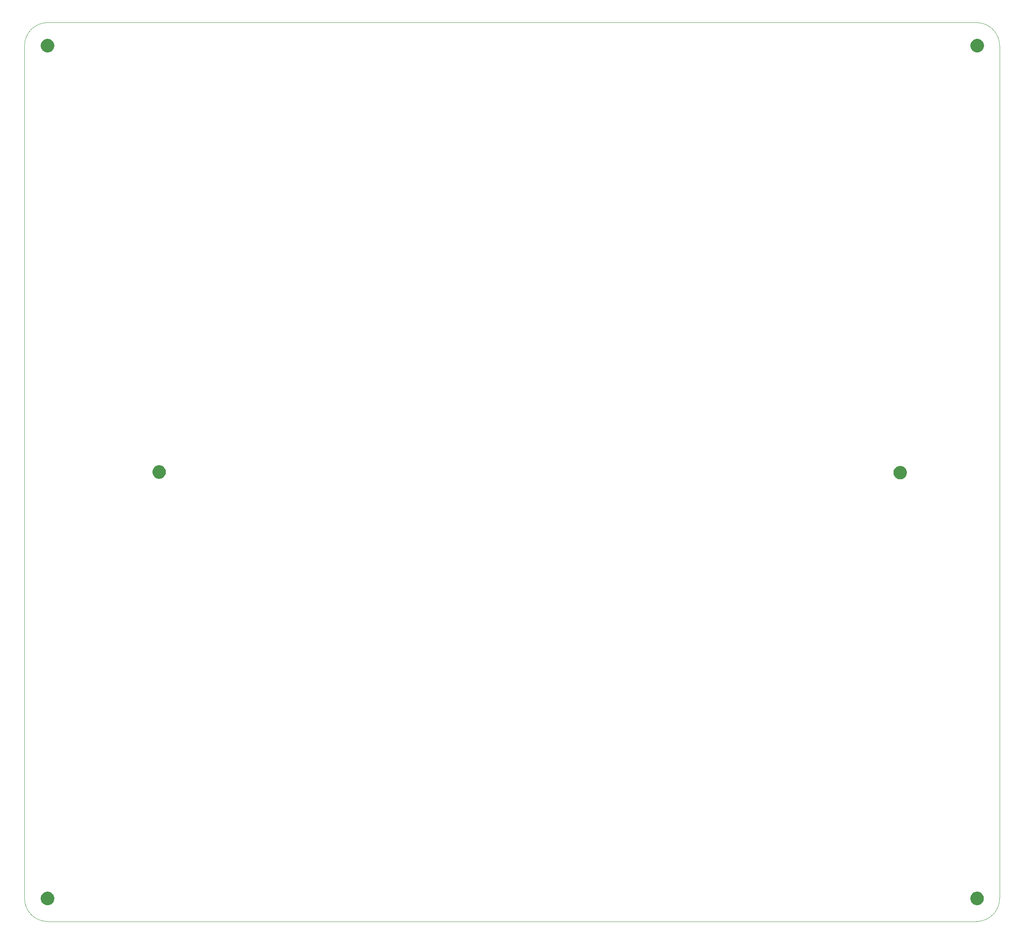
<source format=gbr>
%TF.GenerationSoftware,Altium Limited,Altium Designer,21.6.4 (81)*%
G04 Layer_Color=0*
%FSLAX43Y43*%
%MOMM*%
%TF.SameCoordinates,A962B9D3-E780-4B03-8A10-E236CC36F35F*%
%TF.FilePolarity,Positive*%
%TF.FileFunction,Profile,NP*%
%TF.Part,Single*%
G01*
G75*
%TA.AperFunction,Profile*%
%ADD203C,0.025*%
G36*
X30000Y98625D02*
X29852D01*
X29562Y98683D01*
X29289Y98796D01*
X29044Y98960D01*
X28835Y99169D01*
X28671Y99414D01*
X28558Y99687D01*
X28500Y99977D01*
Y100125D01*
Y100273D01*
X28558Y100563D01*
X28671Y100836D01*
X28835Y101081D01*
X29044Y101290D01*
X29289Y101454D01*
X29562Y101567D01*
X29852Y101625D01*
X30000D01*
X30148D01*
X30438Y101567D01*
X30711Y101454D01*
X30956Y101290D01*
X31165Y101081D01*
X31329Y100836D01*
X31442Y100563D01*
X31500Y100273D01*
Y100125D01*
Y99977D01*
X31442Y99687D01*
X31329Y99414D01*
X31165Y99169D01*
X30956Y98960D01*
X30711Y98796D01*
X30438Y98683D01*
X30148Y98625D01*
X30000D01*
D01*
D02*
G37*
G36*
X193500Y100000D02*
Y99852D01*
X193558Y99562D01*
X193671Y99289D01*
X193835Y99044D01*
X194044Y98835D01*
X194289Y98671D01*
X194562Y98558D01*
X194852Y98500D01*
X195000D01*
X195148D01*
X195438Y98558D01*
X195711Y98671D01*
X195956Y98835D01*
X196165Y99044D01*
X196329Y99289D01*
X196442Y99562D01*
X196500Y99852D01*
Y100000D01*
Y100148D01*
X196442Y100438D01*
X196329Y100711D01*
X196165Y100956D01*
X195956Y101165D01*
X195711Y101329D01*
X195438Y101442D01*
X195148Y101500D01*
X195000D01*
X194852D01*
X194562Y101442D01*
X194289Y101329D01*
X194044Y101165D01*
X193835Y100956D01*
X193671Y100711D01*
X193558Y100438D01*
X193500Y100148D01*
Y100000D01*
D01*
D02*
G37*
G36*
X5150Y193625D02*
X5002D01*
X4712Y193683D01*
X4439Y193796D01*
X4194Y193960D01*
X3985Y194169D01*
X3821Y194414D01*
X3708Y194687D01*
X3650Y194977D01*
Y195125D01*
Y195273D01*
X3708Y195563D01*
X3821Y195836D01*
X3985Y196081D01*
X4194Y196290D01*
X4439Y196454D01*
X4712Y196567D01*
X5002Y196625D01*
X5150D01*
X5298D01*
X5588Y196567D01*
X5861Y196454D01*
X6106Y196290D01*
X6315Y196081D01*
X6479Y195836D01*
X6592Y195563D01*
X6650Y195273D01*
Y195125D01*
Y194977D01*
X6592Y194687D01*
X6479Y194414D01*
X6315Y194169D01*
X6106Y193960D01*
X5861Y193796D01*
X5588Y193683D01*
X5298Y193625D01*
X5150D01*
D01*
D02*
G37*
G36*
X3650Y5125D02*
Y4977D01*
X3708Y4687D01*
X3821Y4414D01*
X3985Y4169D01*
X4194Y3960D01*
X4439Y3796D01*
X4712Y3683D01*
X5002Y3625D01*
X5150D01*
X5298D01*
X5588Y3683D01*
X5861Y3796D01*
X6106Y3960D01*
X6315Y4169D01*
X6479Y4414D01*
X6592Y4687D01*
X6650Y4977D01*
Y5125D01*
Y5273D01*
X6592Y5563D01*
X6479Y5836D01*
X6315Y6081D01*
X6106Y6290D01*
X5861Y6454D01*
X5588Y6567D01*
X5298Y6625D01*
X5150D01*
X5002D01*
X4712Y6567D01*
X4439Y6454D01*
X4194Y6290D01*
X3985Y6081D01*
X3821Y5836D01*
X3708Y5563D01*
X3650Y5273D01*
Y5125D01*
D01*
D02*
G37*
G36*
X210650Y195125D02*
Y194977D01*
X210708Y194687D01*
X210821Y194414D01*
X210985Y194169D01*
X211194Y193960D01*
X211439Y193796D01*
X211712Y193683D01*
X212002Y193625D01*
X212150D01*
X212298D01*
X212588Y193683D01*
X212861Y193796D01*
X213106Y193960D01*
X213315Y194169D01*
X213479Y194414D01*
X213592Y194687D01*
X213650Y194977D01*
Y195125D01*
Y195273D01*
X213592Y195563D01*
X213479Y195836D01*
X213315Y196081D01*
X213106Y196290D01*
X212861Y196454D01*
X212588Y196567D01*
X212298Y196625D01*
X212150D01*
X212002D01*
X211712Y196567D01*
X211439Y196454D01*
X211194Y196290D01*
X210985Y196081D01*
X210821Y195836D01*
X210708Y195563D01*
X210650Y195273D01*
Y195125D01*
D01*
D02*
G37*
G36*
X210625Y5125D02*
Y4977D01*
X210683Y4687D01*
X210796Y4414D01*
X210960Y4169D01*
X211169Y3960D01*
X211414Y3796D01*
X211687Y3683D01*
X211977Y3625D01*
X212125D01*
X212273D01*
X212563Y3683D01*
X212836Y3796D01*
X213081Y3960D01*
X213290Y4169D01*
X213454Y4414D01*
X213567Y4687D01*
X213625Y4977D01*
Y5125D01*
Y5273D01*
X213567Y5563D01*
X213454Y5836D01*
X213290Y6081D01*
X213081Y6290D01*
X212836Y6454D01*
X212563Y6567D01*
X212273Y6625D01*
X212125D01*
X211977D01*
X211687Y6567D01*
X211414Y6454D01*
X211169Y6290D01*
X210960Y6081D01*
X210796Y5836D01*
X210683Y5563D01*
X210625Y5273D01*
Y5125D01*
D01*
D02*
G37*
D203*
X25Y4960D02*
G03*
X5150Y-2I5125J165D01*
G01*
D02*
G03*
X5151Y-2I-0J127D01*
G01*
X211998Y-2D01*
X212125D01*
D02*
G03*
X212148Y-0I0J127D01*
G01*
D02*
G03*
X217127Y5125I-148J5125D01*
G01*
X217127Y195125D01*
D02*
G03*
X217127Y195128I-127J-0D01*
G01*
D02*
G02*
X217127Y195125I-1282J-2D01*
G01*
Y195128D01*
D02*
G03*
X212179Y200249I-5127J-3D01*
G01*
D02*
G03*
X212152Y200252I-28J-124D01*
G01*
X5153Y200252D01*
D02*
G03*
X5150Y200252I-3J-127D01*
G01*
D02*
G03*
X23Y195125I0J-5127D01*
G01*
D02*
G03*
X23Y195116I127J-0D01*
G01*
D02*
G03*
X-2Y195039I102J-76D01*
G01*
X-2Y5039D01*
D02*
G03*
X25Y4960I127J0D01*
G01*
%TF.MD5,a0d75f5fcdf132ce4fc8c9cd71c5fe18*%
M02*

</source>
